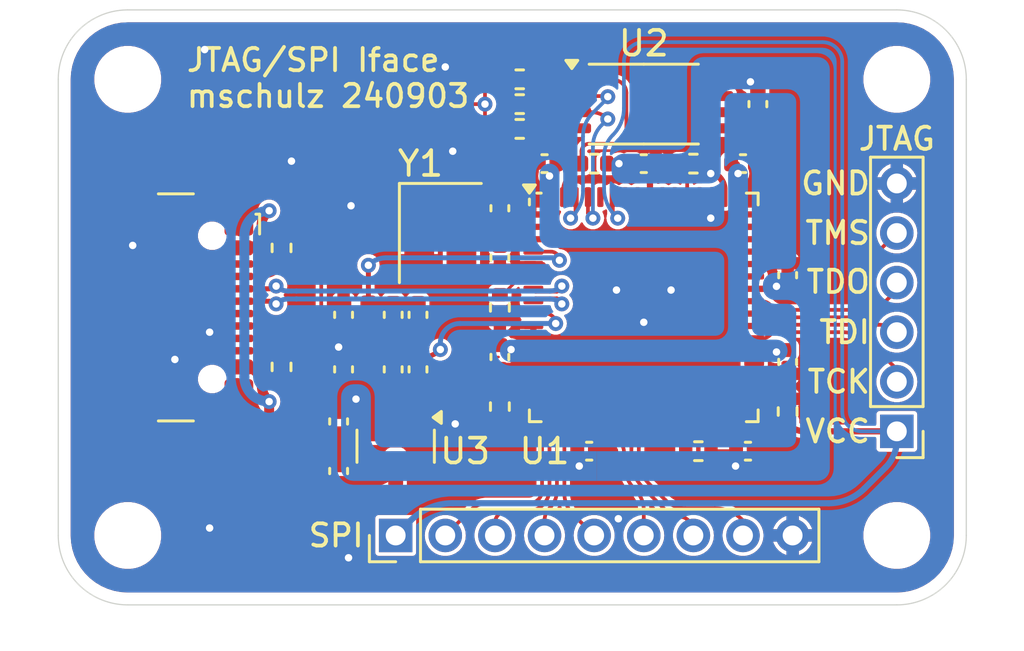
<source format=kicad_pcb>
(kicad_pcb (version 20240108) (generator "pcbnew") (generator_version "8.0")
  (layers (0 "F.Cu" signal) (31 "B.Cu" signal) (34 "B.Paste" user) (35 "F.Paste" user) (36 "B.SilkS" user "B.Silkscreen") (37 "F.SilkS" user "F.Silkscreen") (38 "B.Mask" user) (39 "F.Mask" user) (44 "Edge.Cuts" user))
  (net 0 "")
  (net 5 "Net-(U1-~{RESET})")
  (net 6 "+1V8")
  (net 21 "/MISO")
  (net 24 "VPHY")
  (net 27 "/MOSI")
  (net 28 "/D-")
  (net 29 "/D+")
  (net 32 "Net-(U2-DO)")
  (net 33 "Net-(U1-EECS)")
  (net 34 "Net-(U1-EECLK)")
  (net 35 "Net-(U1-EEDATA)")
  (net 36 "Net-(U1-OSCI)")
  (net 37 "GND")
  (net 38 "Net-(U1-OSCO)")
  (net 39 "+3.3V")
  (net 40 "Net-(U1-ACBUS2)")
  (net 41 "Net-(U1-BCBUS2)")
  (net 42 "Net-(U1-REF)")
  (net 43 "/HOLD")
  (net 44 "/TDO")
  (net 45 "/CDONE")
  (net 46 "/TCK")
  (net 47 "/CLK")
  (net 48 "/CRESET_B")
  (net 49 "/TMS")
  (net 50 "/SS")
  (net 51 "/TDI")
  (net 52 "Net-(J1-CC1)")
  (net 53 "Net-(J1-CC2)")
  (net 54 "+5V")
  (net 55 "VPLL")
  (net 56 "+3.3VP")
  (footprint "Crystal:Crystal_SMD_3225-4Pin_3.2x2.5mm" (layer "F.Cu") (at 86.8 97 -90)
    (property "Reference" "Y1")
    (property "Value" "12.000 MHz")
  )
  (footprint "Capacitor_SMD:C_0402_1005Metric" (layer "F.Cu") (at 92.8 105.8)
    (property "Reference" "C6" (hide yes))
    (property "Value" "100nF")
  )
  (footprint "Capacitor_SMD:C_0402_1005Metric" (layer "F.Cu") (at 99 94.2)
    (property "Reference" "C13" (hide yes))
    (property "Value" "3.3µF")
  )
  (footprint "Resistor_SMD:R_0402_1005Metric" (layer "F.Cu") (at 89.2 104 90)
    (property "Reference" "R8" (hide yes))
    (property "Value" "1k")
  )
  (footprint "Capacitor_SMD:C_0402_1005Metric" (layer "F.Cu") (at 95 94.2)
    (property "Reference" "C7" (hide yes))
    (property "Value" "100nF")
  )
  (footprint "Connector_PinHeader_2.00mm:PinHeader_1x06_P2.00mm_Vertical" (layer "F.Cu") (at 105.2 105 180)
    (property "Reference" "J3" (hide yes))
    (property "Value" "Conn_01x06")
  )
  (footprint "Capacitor_SMD:C_0402_1005Metric" (layer "F.Cu") (at 82.7 106.6 90)
    (property "Reference" "C11" (hide yes))
    (property "Value" "100nF")
  )
  (footprint "Capacitor_SMD:C_0402_1005Metric" (layer "F.Cu") (at 89.2 98 -90)
    (property "Reference" "C2" (hide yes))
    (property "Value" "27pF")
  )
  (footprint "Inductor_SMD:L_0402_1005Metric" (layer "F.Cu") (at 83.9 100.3 90)
    (property "Reference" "L1" (hide yes))
    (property "Value" "33 Ohm, 100MHz")
  )
  (footprint "Capacitor_SMD:C_0402_1005Metric" (layer "F.Cu") (at 89.2 96 90)
    (property "Reference" "C1" (hide yes))
    (property "Value" "27pF")
  )
  (footprint "Capacitor_SMD:C_0402_1005Metric" (layer "F.Cu") (at 100.8 102.2 -90)
    (property "Reference" "C8" (hide yes))
    (property "Value" "100nF")
  )
  (footprint "Resistor_SMD:R_0402_1005Metric" (layer "F.Cu") (at 90 91.8 180)
    (property "Reference" "R4" (hide yes))
    (property "Value" "2k")
  )
  (footprint "MountingHole:MountingHole_2.2mm_M2_ISO14580" (layer "F.Cu") (at 74.2 109.2)
    (property "Reference" "H3" (hide yes))
    (property "Value" "MountingHole")
  )
  (footprint "Capacitor_SMD:C_0402_1005Metric" (layer "F.Cu") (at 84.9 102.5 -90)
    (property "Reference" "C18" (hide yes))
    (property "Value" "100nF")
  )
  (footprint "Capacitor_SMD:C_0402_1005Metric" (layer "F.Cu") (at 85.9 100.3 -90)
    (property "Reference" "C16" (hide yes))
    (property "Value" "4.7µF")
  )
  (footprint "MountingHole:MountingHole_2.2mm_M2_ISO14580" (layer "F.Cu") (at 74.2 90.8)
    (property "Reference" "H1" (hide yes))
    (property "Value" "MountingHole")
  )
  (footprint "Connector_USB:USB_C_Receptacle_GCT_USB4110" (layer "F.Cu") (at 75 100 -90)
    (property "Reference" "J1" (hide yes))
    (property "Value" "USB_C_Receptacle_USB2.0_16P")
  )
  (footprint "Capacitor_SMD:C_0402_1005Metric" (layer "F.Cu") (at 91 94.2 180)
    (property "Reference" "C10" (hide yes))
    (property "Value" "100nF")
  )
  (footprint "Resistor_SMD:R_0402_1005Metric" (layer "F.Cu") (at 97 94.2)
    (property "Reference" "R6" (hide yes))
    (property "Value" "10k")
  )
  (footprint "MountingHole:MountingHole_2.2mm_M2_ISO14580" (layer "F.Cu") (at 105.2 109.2)
    (property "Reference" "H2" (hide yes))
    (property "Value" "MountingHole")
  )
  (footprint "Connector_PinHeader_2.00mm:PinHeader_1x09_P2.00mm_Vertical" (layer "F.Cu") (at 85 109.2 90)
    (property "Reference" "J2" (hide yes))
    (property "Value" "Conn_01x09")
  )
  (footprint "Resistor_SMD:R_0402_1005Metric" (layer "F.Cu") (at 90 90.8)
    (property "Reference" "R2" (hide yes))
    (property "Value" "10k")
  )
  (footprint "Resistor_SMD:R_0402_1005Metric" (layer "F.Cu") (at 97.2 105.8)
    (property "Reference" "R5" (hide yes))
    (property "Value" "10k")
  )
  (footprint "Capacitor_SMD:C_0402_1005Metric" (layer "F.Cu") (at 99.2 105.8)
    (property "Reference" "C5" (hide yes))
    (property "Value" "100nF")
  )
  (footprint "Package_TO_SOT_SMD:SOT-23" (layer "F.Cu") (at 85 105.6 -90)
    (property "Reference" "U3")
    (property "Value" "MCP1700x-330xxTT")
  )
  (footprint "Capacitor_SMD:C_0402_1005Metric" (layer "F.Cu") (at 85.9 102.5 -90)
    (property "Reference" "C19" (hide yes))
    (property "Value" "4.7µF")
  )
  (footprint "Resistor_SMD:R_0402_1005Metric" (layer "F.Cu") (at 100.8 104.2 -90)
    (property "Reference" "R11" (hide yes))
    (property "Value" "10k")
  )
  (footprint "Resistor_SMD:R_0402_1005Metric" (layer "F.Cu") (at 93 94.2 180)
    (property "Reference" "R3" (hide yes))
    (property "Value" "10k")
  )
  (footprint "Resistor_SMD:R_0402_1005Metric" (layer "F.Cu") (at 80.4 102.4 -90)
    (property "Reference" "R10" (hide yes))
    (property "Value" "5k1")
  )
  (footprint "Capacitor_SMD:C_0402_1005Metric" (layer "F.Cu") (at 82.7 104.6 -90)
    (property "Reference" "C12" (hide yes))
    (property "Value" "100nF")
  )
  (footprint "Package_SO:TSSOP-8_4.4x3mm_P0.65mm" (layer "F.Cu") (at 95 91.8)
    (property "Reference" "U2")
    (property "Value" "93LCxxB")
  )
  (footprint "Resistor_SMD:R_0402_1005Metric" (layer "F.Cu") (at 90 92.8)
    (property "Reference" "R1" (hide yes))
    (property "Value" "10k")
  )
  (footprint "Capacitor_SMD:C_0402_1005Metric" (layer "F.Cu") (at 84.9 100.3 -90)
    (property "Reference" "C15" (hide yes))
    (property "Value" "100nF")
  )
  (footprint "Resistor_SMD:R_0402_1005Metric" (layer "F.Cu") (at 80.4 97.6 90)
    (property "Reference" "R9" (hide yes))
    (property "Value" "5k1")
  )
  (footprint "Capacitor_SMD:C_0402_1005Metric" (layer "F.Cu") (at 89.2 102 -90)
    (property "Reference" "C9" (hide yes))
    (property "Value" "100nF")
  )
  (footprint "Capacitor_SMD:C_0402_1005Metric" (layer "F.Cu") (at 82.9 100.3 90)
    (property "Reference" "C14" (hide yes))
    (property "Value" "100nF")
  )
  (footprint "Package_DFN_QFN:QFN-64-1EP_9x9mm_P0.5mm_EP4.35x4.35mm" (layer "F.Cu") (at 95 100)
    (property "Reference" "U1")
    (property "Value" "FT2232HQ")
  )
  (footprint "MountingHole:MountingHole_2.2mm_M2_ISO14580" (layer "F.Cu") (at 105.2 90.8)
    (property "Reference" "H4" (hide yes))
    (property "Value" "MountingHole")
  )
  (footprint "Capacitor_SMD:C_0402_1005Metric" (layer "F.Cu") (at 99.6 91.8 -90)
    (property "Reference" "C3" (hide yes))
    (property "Value" "100nF")
  )
  (footprint "Resistor_SMD:R_0402_1005Metric" (layer "F.Cu") (at 89.2 100 90)
    (property "Reference" "R7" (hide yes))
    (property "Value" "12k")
  )
  (footprint "Capacitor_SMD:C_0402_1005Metric" (layer "F.Cu") (at 100.8 98.7 90)
    (property "Reference" "C4" (hide yes))
    (property "Value" "100nF")
  )
  (footprint "Inductor_SMD:L_0402_1005Metric" (layer "F.Cu") (at 83.9 102.5 90)
    (property "Reference" "L2" (hide yes))
    (property "Value" "33 Ohm, 100MHz")
  )
  (footprint "Capacitor_SMD:C_0402_1005Metric" (layer "F.Cu") (at 82.9 102.5 90)
    (property "Reference" "C17" (hide yes))
    (property "Value" "100nF")
  )
  (gr_line (start 74.2 112) (end 105.2 112) (stroke (width 0.05)) (layer "Edge.Cuts"))
  (gr_line (start 105.2 88) (end 74.2 88) (stroke (width 0.05)) (layer "Edge.Cuts"))
  (gr_line (start 108 109.2) (end 108 90.8) (stroke (width 0.05)) (layer "Edge.Cuts"))
  (gr_arc (start 74.2 112) (mid 72.220101 111.179899) (end 71.4 109.2) (stroke (width 0.05)) (layer "Edge.Cuts"))
  (gr_line (start 71.4 90.8) (end 71.4 109.2) (stroke (width 0.05)) (layer "Edge.Cuts"))
  (gr_arc (start 108 109.2) (mid 107.179899 111.179899) (end 105.2 112) (stroke (width 0.05)) (layer "Edge.Cuts"))
  (gr_arc (start 105.2 88) (mid 107.179899 88.820101) (end 108 90.8) (stroke (width 0.05)) (layer "Edge.Cuts"))
  (gr_arc (start 71.4 90.8) (mid 72.220101 88.820101) (end 74.2 88) (stroke (width 0.05)) (layer "Edge.Cuts"))
  (gr_text "SPI" (at 82.6 109.2 0) (layer "F.SilkS") (effects (font (size 0.9 0.9) (thickness 0.15) (bold yes))))
  (gr_text "TDO" (at 104.2 98.97 0) (layer "F.SilkS") (effects (font (size 0.9 0.9) (thickness 0.15) (bold yes)) (justify right)))
  (gr_text "VCC" (at 104.2 105 0) (layer "F.SilkS") (effects (font (size 0.9 0.9) (thickness 0.15) (bold yes)) (justify right)))
  (gr_text "JTAG/SPI Iface\nmschulz 240903" (at 76.5 92 0) (layer "F.SilkS") (effects (font (size 0.9 0.9) (thickness 0.15) (bold yes)) (justify left bottom)))
  (gr_text "TMS" (at 104.2 97 0) (layer "F.SilkS") (effects (font (size 0.9 0.9) (thickness 0.15) (bold yes)) (justify right)))
  (gr_text "GND" (at 104.2 95 0) (layer "F.SilkS") (effects (font (size 0.9 0.9) (thickness 0.15) (bold yes)) (justify right)))
  (gr_text "TCK" (at 104.2 103 0) (layer "F.SilkS") (effects (font (size 0.9 0.9) (thickness 0.15) (bold yes)) (justify right)))
  (gr_text "TDI" (at 104.2 101 0) (layer "F.SilkS") (effects (font (size 0.9 0.9) (thickness 0.15) (bold yes)) (justify right)))
  (gr_text "JTAG" (at 105.2 93.2 0) (layer "F.SilkS") (effects (font (size 0.9 0.9) (thickness 0.15) (bold yes))))
  (segment (start 89.387781 103.412218) (end 89.725 103.075) (width 0.12) (layer "F.Cu") (net 5))
  (segment (start 90.509619 102.75) (end 90.55 102.75) (width 0.12) (layer "F.Cu") (net 5))
  (arc (start 89.2 103.49) (mid 89.301627 103.469785) (end 89.387781 103.412218) (width 0.12) (layer "F.Cu") (net 5))
  (arc (start 89.725 103.075) (mid 90.084986 102.834465) (end 90.509619 102.75) (width 0.12) (layer "F.Cu") (net 5))
  (segment (start 98.75 94.23) (end 98.72 94.2) (width 0.25) (layer "F.Cu") (net 6))
  (segment (start 100.4 101.75) (end 100.77 101.75) (width 0.25) (layer "F.Cu") (net 6))
  (segment (start 91.25 95.55) (end 91.25 94.8) (width 0.25) (layer "F.Cu") (net 6))
  (segment (start 91.25 94.8) (end 91.3 94.75) (width 0.25) (layer "F.Cu") (net 6))
  (segment (start 100.77 101.75) (end 100.8 101.72) (width 0.25) (layer "F.Cu") (net 6))
  (segment (start 91.45 94.6) (end 91.48 94.57) (width 0.25) (layer "F.Cu") (net 6))
  (segment (start 100.3 101.75) (end 100.35 101.8) (width 0.25) (layer "F.Cu") (net 6))
  (segment (start 98.75 94.55) (end 98.75 94.23) (width 0.25) (layer "F.Cu") (net 6))
  (segment (start 100.35 101.8) (end 100.4 101.75) (width 0.25) (layer "F.Cu") (net 6))
  (segment (start 90.55 101.75) (end 89.7 101.75) (width 0.25) (layer "F.Cu") (net 6))
  (segment (start 99.45 101.75) (end 100.3 101.75) (width 0.25) (layer "F.Cu") (net 6))
  (segment (start 91.48 94.57) (end 91.48 94.2) (width 0.25) (layer "F.Cu") (net 6))
  (segment (start 98.8 94.6) (end 98.75 94.55) (width 0.25) (layer "F.Cu") (net 6))
  (segment (start 91.3 94.75) (end 91.3 94.6) (width 0.25) (layer "F.Cu") (net 6))
  (segment (start 89.7 101.75) (end 89.65 101.7) (width 0.25) (layer "F.Cu") (net 6))
  (segment (start 91.3 94.6) (end 91.45 94.6) (width 0.25) (layer "F.Cu") (net 6))
  (segment (start 98.75 95.55) (end 98.75 94.65) (width 0.25) (layer "F.Cu") (net 6))
  (segment (start 89.65 101.7) (end 89.6 101.75) (width 0.25) (layer "F.Cu") (net 6))
  (segment (start 98.75 94.65) (end 98.8 94.6) (width 0.25) (layer "F.Cu") (net 6))
  (segment (start 89.6 101.75) (end 89.43 101.75) (width 0.25) (layer "F.Cu") (net 6))
  (via (at 89.65 101.7) (size 0.6) (drill 0.3) (layers "F.Cu" "B.Cu") (net 6))
  (via (at 98.8 94.6) (size 0.6) (drill 0.3) (layers "F.Cu" "B.Cu") (net 6))
  (via (at 100.35 101.8) (size 0.6) (drill 0.3) (layers "F.Cu" "B.Cu") (net 6))
  (via (at 91.2 94.7) (size 0.6) (drill 0.3) (layers "F.Cu" "B.Cu") (net 6))
  (arc (start 89.43 101.75) (mid 89.267365 101.682635) (end 89.2 101.52) (width 0.25) (layer "F.Cu") (net 6))
  (segment (start 91.75 104.873224) (end 91.75 104.45) (width 0.15) (layer "F.Cu") (net 21))
  (segment (start 91 109.2) (end 91 108.60052) (width 0.15) (layer "F.Cu") (net 21))
  (segment (start 91.5 107.393414) (end 91.5 105.476776) (width 0.15) (layer "F.Cu") (net 21))
  (arc (start 91.2125 108.0875) (mid 91.425281 107.769051) (end 91.5 107.393414) (width 0.15) (layer "F.Cu") (net 21))
  (arc (start 91.5 105.476776) (mid 91.532486 105.313456) (end 91.625 105.175) (width 0.15) (layer "F.Cu") (net 21))
  (arc (start 91 108.60052) (mid 91.055227 108.322875) (end 91.2125 108.0875) (width 0.15) (layer "F.Cu") (net 21))
  (arc (start 91.625 105.175) (mid 91.717514 105.036544) (end 91.75 104.873224) (width 0.15) (layer "F.Cu") (net 21))
  (segment (start 84.9 99.82) (end 85.9 99.82) (width 0.2) (layer "F.Cu") (net 24))
  (segment (start 84.895 99.815) (end 84.9 99.82) (width 0.2) (layer "F.Cu") (net 24))
  (segment (start 90.55 97.75) (end 91.25 97.75) (width 0.15) (layer "F.Cu") (net 24))
  (segment (start 83.9 99.815) (end 84.895 99.815) (width 0.2) (layer "F.Cu") (net 24))
  (segment (start 83.9 99.815) (end 83.9 98.3) (width 0.2) (layer "F.Cu") (net 24))
  (via (at 91.6 98.1) (size 0.6) (drill 0.3) (layers "F.Cu" "B.Cu") (net 24))
  (via (at 83.9 98.3) (size 0.6) (drill 0.3) (layers "F.Cu" "B.Cu") (net 24))
  (arc (start 91.25 97.75) (mid 91.497487 97.852513) (end 91.6 98.1) (width 0.15) (layer "F.Cu") (net 24))
  (segment (start 91.45 98) (end 91 98) (width 0.2) (layer "B.Cu") (net 24))
  (segment (start 91 98) (end 91.358579 98) (width 0.2) (layer "B.Cu") (net 24))
  (segment (start 91 98) (end 84.624264 98) (width 0.2) (layer "B.Cu") (net 24))
  (arc (start 91.358579 98) (mid 91.489235 98.025989) (end 91.6 98.1) (width 0.2) (layer "B.Cu") (net 24))
  (arc (start 84.624264 98) (mid 84.232296 98.077967) (end 83.9 98.3) (width 0.2) (layer "B.Cu") (net 24))
  (segment (start 91.2 104.95) (end 91.2 107.328769) (width 0.15) (layer "F.Cu") (net 27))
  (segment (start 89 108.712132) (end 89 109.2) (width 0.15) (layer "F.Cu") (net 27))
  (segment (start 91.25 104.9) (end 91.2 104.95) (width 0.15) (layer "F.Cu") (net 27))
  (segment (start 91.25 104.45) (end 91.25 104.9) (width 0.15) (layer "F.Cu") (net 27))
  (segment (start 90.364125 108.2) (end 89.512132 108.2) (width 0.15) (layer "F.Cu") (net 27))
  (arc (start 89.512132 108.2) (mid 89.316148 108.238984) (end 89.15 108.35) (width 0.15) (layer "F.Cu") (net 27))
  (arc (start 90.9375 107.9625) (mid 90.674433 108.138275) (end 90.364125 108.2) (width 0.15) (layer "F.Cu") (net 27))
  (arc (start 89.15 108.35) (mid 89.038984 108.516147) (end 89 108.712132) (width 0.15) (layer "F.Cu") (net 27))
  (arc (start 91.2 107.328769) (mid 91.131779 107.671742) (end 90.9375 107.9625) (width 0.15) (layer "F.Cu") (net 27))
  (segment (start 90.639999 99.339999) (end 91.496606 99.339999) (width 0.2) (layer "F.Cu") (net 28))
  (segment (start 78.68 100.25) (end 78.075 100.25) (width 0.2) (layer "F.Cu") (net 28))
  (segment (start 90.55 99.25) (end 90.639999 99.339999) (width 0.2) (layer "F.Cu") (net 28))
  (segment (start 78.1 99.25) (end 78.68 99.25) (width 0.2) (layer "F.Cu") (net 28))
  (segment (start 78.68 99.25) (end 79.915352 99.25) (width 0.2) (layer "F.Cu") (net 28))
  (segment (start 77.7 99.875) (end 77.7 99.65) (width 0.2) (layer "F.Cu") (net 28))
  (segment (start 91.496606 99.339999) (end 91.696605 99.14) (width 0.2) (layer "F.Cu") (net 28))
  (via (at 91.696605 99.14) (size 0.6) (drill 0.3) (layers "F.Cu" "B.Cu") (net 28))
  (via (at 80.180915 99.14) (size 0.6) (drill 0.3) (layers "F.Cu" "B.Cu") (net 28))
  (arc (start 78.075 100.25) (mid 77.809835 100.140165) (end 77.7 99.875) (width 0.2) (layer "F.Cu") (net 28))
  (arc (start 77.7 99.65) (mid 77.817157 99.367157) (end 78.1 99.25) (width 0.2) (layer "F.Cu") (net 28))
  (arc (start 79.915352 99.25) (mid 80.059074 99.221412) (end 80.180915 99.14) (width 0.2) (layer "F.Cu") (net 28))
  (segment (start 80.8 99.339999) (end 80.663755 99.339999) (width 0.2) (layer "B.Cu") (net 28))
  (segment (start 80.999999 99.339999) (end 80.8 99.339999) (width 0.2) (layer "B.Cu") (net 28))
  (segment (start 91.213763 99.34) (end 81 99.34) (width 0.2) (layer "B.Cu") (net 28))
  (segment (start 81 99.34) (end 80.999999 99.339999) (width 0.2) (layer "B.Cu") (net 28))
  (arc (start 80.663755 99.339999) (mid 80.402444 99.288021) (end 80.180915 99.14) (width 0.2) (layer "B.Cu") (net 28))
  (arc (start 91.696605 99.14) (mid 91.475075 99.288021) (end 91.213763 99.34) (width 0.2) (layer "B.Cu") (net 28))
  (segment (start 78.68 99.75) (end 79.915352 99.75) (width 0.2) (layer "F.Cu") (net 29))
  (segment (start 79.35 99.75) (end 78.68 99.75) (width 0.2) (layer "F.Cu") (net 29))
  (segment (start 90.639999 99.660001) (end 91.496606 99.660001) (width 0.2) (layer "F.Cu") (net 29))
  (segment (start 80.055808 99.734893) (end 80.180915 99.86) (width 0.2) (layer "F.Cu") (net 29))
  (segment (start 79.55 100.3) (end 79.55 100.2) (width 0.2) (layer "F.Cu") (net 29))
  (segment (start 78.68 99.75) (end 79.1 99.75) (width 0.2) (layer "F.Cu") (net 29))
  (segment (start 90.55 99.75) (end 90.639999 99.660001) (width 0.2) (layer "F.Cu") (net 29))
  (segment (start 79.35 99.75) (end 79.542501 99.75) (width 0.2) (layer "F.Cu") (net 29))
  (segment (start 78.68 100.75) (end 79.1 100.75) (width 0.2) (layer "F.Cu") (net 29))
  (segment (start 91.496606 99.660001) (end 91.696605 99.86) (width 0.2) (layer "F.Cu") (net 29))
  (via (at 80.180915 99.86) (size 0.6) (drill 0.3) (layers "F.Cu" "B.Cu") (net 29))
  (via (at 91.696605 99.86) (size 0.6) (drill 0.3) (layers "F.Cu" "B.Cu") (net 29))
  (arc (start 79.915352 99.75) (mid 80.059073 99.778588) (end 80.180915 99.86) (width 0.2) (layer "F.Cu") (net 29))
  (arc (start 79.1 99.75) (mid 79.418198 99.881802) (end 79.55 100.2) (width 0.2) (layer "F.Cu") (net 29))
  (arc (start 79.1 100.75) (mid 79.418198 100.618198) (end 79.55 100.3) (width 0.2) (layer "F.Cu") (net 29))
  (segment (start 81 99.66) (end 80.999999 99.660001) (width 0.2) (layer "B.Cu") (net 29))
  (segment (start 80.999999 99.660001) (end 80.663755 99.660001) (width 0.2) (layer "B.Cu") (net 29))
  (segment (start 91.213763 99.66) (end 81 99.66) (width 0.2) (layer "B.Cu") (net 29))
  (arc (start 91.696605 99.86) (mid 91.475075 99.711979) (end 91.213763 99.66) (width 0.2) (layer "B.Cu") (net 29))
  (arc (start 80.663755 99.660001) (mid 80.402444 99.711979) (end 80.180915 99.86) (width 0.2) (layer "B.Cu") (net 29))
  (segment (start 89.51 91.8) (end 90.51 92.8) (width 0.15) (layer "F.Cu") (net 32))
  (segment (start 92.1375 92.775) (end 90.535 92.775) (width 0.15) (layer "F.Cu") (net 32))
  (segment (start 90.535 92.775) (end 90.51 92.8) (width 0.15) (layer "F.Cu") (net 32))
  (segment (start 89.49 91.8) (end 89.51 91.8) (width 0.15) (layer "F.Cu") (net 32))
  (segment (start 92.1375 90.825) (end 93.775 90.825) (width 0.15) (layer "F.Cu") (net 33))
  (segment (start 93.8 93.4) (end 92.8 93.4) (width 0.15) (layer "F.Cu") (net 33))
  (segment (start 91.75 95.268804) (end 91.75 95.55) (width 0.15) (layer "F.Cu") (net 33))
  (segment (start 92.49 93.71) (end 92.49 94.2) (width 0.15) (layer "F.Cu") (net 33))
  (segment (start 91.9825 94.7075) (end 92.49 94.2) (width 0.15) (layer "F.Cu") (net 33))
  (segment (start 94.3 91.35) (end 94.3 92.9) (width 0.15) (layer "F.Cu") (net 33))
  (arc (start 94.3 92.9) (mid 94.153553 93.253553) (end 93.8 93.4) (width 0.15) (layer "F.Cu") (net 33))
  (arc (start 93.775 90.825) (mid 94.146231 90.978769) (end 94.3 91.35) (width 0.15) (layer "F.Cu") (net 33))
  (arc (start 92.8 93.4) (mid 92.580797 93.490797) (end 92.49 93.71) (width 0.15) (layer "F.Cu") (net 33))
  (arc (start 91.9825 94.7075) (mid 91.810425 94.965028) (end 91.75 95.268804) (width 0.15) (layer "F.Cu") (net 33))
  (segment (start 91.610875 91.475) (end 92.1375 91.475) (width 0.15) (layer "F.Cu") (net 34))
  (segment (start 92.25 96.2) (end 92.05 96.4) (width 0.15) (layer "F.Cu") (net 34))
  (segment (start 92.1375 91.475) (end 93.525 91.475) (width 0.15) (layer "F.Cu") (net 34))
  (segment (start 92.25 95.55) (end 92.25 96.2) (width 0.15) (layer "F.Cu") (net 34))
  (segment (start 90.6 90.8) (end 90.51 90.8) (width 0.15) (layer "F.Cu") (net 34))
  (segment (start 91.0375 91.2375) (end 90.6 90.8) (width 0.15) (layer "F.Cu") (net 34))
  (segment (start 93.525 91.475) (end 93.55 91.5) (width 0.15) (layer "F.Cu") (net 34))
  (via (at 92.05 96.4) (size 0.6) (drill 0.3) (layers "F.Cu" "B.Cu") (net 34))
  (via (at 93.55 91.5) (size 0.6) (drill 0.3) (layers "F.Cu" "B.Cu") (net 34))
  (arc (start 91.0375 91.2375) (mid 91.300567 91.413276) (end 91.610875 91.475) (width 0.15) (layer "F.Cu") (net 34))
  (segment (start 93.55 91.55) (end 93.55 91.5) (width 0.15) (layer "B.Cu") (net 34))
  (segment (start 92.938909 92.161092) (end 93.15 91.95) (width 0.15) (layer "B.Cu") (net 34))
  (segment (start 92.125736 96.324264) (end 92.05 96.4) (width 0.15) (layer "B.Cu") (net 34))
  (segment (start 93.15 91.95) (end 93.55 91.55) (width 0.15) (layer "B.Cu") (net 34))
  (segment (start 92.55 95.3) (end 92.55 93.1) (width 0.15) (layer "B.Cu") (net 34))
  (arc (start 92.55 95.3) (mid 92.439737 95.854328) (end 92.125736 96.324264) (width 0.15) (layer "B.Cu") (net 34))
  (arc (start 92.55 93.1) (mid 92.651074 92.591866) (end 92.938909 92.161092) (width 0.15) (layer "B.Cu") (net 34))
  (segment (start 92.75 95.55) (end 92.75 96.2) (width 0.15) (layer "F.Cu") (net 35))
  (segment (start 92.1375 92.125) (end 92.886092 92.125) (width 0.15) (layer "F.Cu") (net 35))
  (segment (start 91.437132 92.125) (end 92.1375 92.125) (width 0.15) (layer "F.Cu") (net 35))
  (segment (start 92.75 96.2) (end 92.95 96.4) (width 0.15) (layer "F.Cu") (net 35))
  (segment (start 90.652513 91.8) (end 90.51 91.8) (width 0.15) (layer "F.Cu") (net 35))
  (via (at 92.95 96.4) (size 0.6) (drill 0.3) (layers "F.Cu" "B.Cu") (net 35))
  (via (at 93.55 92.4) (size 0.6) (drill 0.3) (layers "F.Cu" "B.Cu") (net 35))
  (arc (start 91.075 91.975) (mid 91.241148 92.086016) (end 91.437132 92.125) (width 0.15) (layer "F.Cu") (net 35))
  (arc (start 91.075 91.975) (mid 90.881162 91.845481) (end 90.652513 91.8) (width 0.15) (layer "F.Cu") (net 35))
  (arc (start 92.886092 92.125) (mid 93.245396 92.19647) (end 93.55 92.4) (width 0.15) (layer "F.Cu") (net 35))
  (segment (start 93.303553 92.646446) (end 93.55 92.4) (width 0.15) (layer "B.Cu") (net 35))
  (segment (start 92.95 96.4) (end 92.95 93.5) (width 0.15) (layer "B.Cu") (net 35))
  (arc (start 92.95 93.5) (mid 93.041886 93.03806) (end 93.303553 92.646446) (width 0.15) (layer "B.Cu") (net 35))
  (segment (start 89.47 96.75) (end 90.55 96.75) (width 0.12) (layer "F.Cu") (net 36))
  (segment (start 85.95 95.9) (end 85.95 96.1) (width 0.12) (layer "F.Cu") (net 36))
  (segment (start 86.65 96.8) (end 88.88 96.8) (width 0.12) (layer "F.Cu") (net 36))
  (arc (start 88.88 96.8) (mid 89.106274 96.706274) (end 89.2 96.48) (width 0.12) (layer "F.Cu") (net 36))
  (arc (start 85.95 96.1) (mid 86.155025 96.594975) (end 86.65 96.8) (width 0.12) (layer "F.Cu") (net 36))
  (arc (start 89.2 96.48) (mid 89.279081 96.670919) (end 89.47 96.75) (width 0.12) (layer "F.Cu") (net 36))
  (segment (start 90.95 98.25) (end 91.25 98.55) (width 0.15) (layer "F.Cu") (net 37))
  (segment (start 90.55 98.25) (end 90.95 98.25) (width 0.15) (layer "F.Cu") (net 37))
  (via (at 96.1 99.3) (size 0.6) (drill 0.3) (layers "F.Cu" "B.Cu") (net 37))
  (via (at 80.8 94.1) (size 0.6) (drill 0.3) (layers "F.Cu" "B.Cu") (net 37))
  (via (at 76.1 102.1) (size 0.6) (drill 0.3) (layers "F.Cu" "B.Cu") (net 37))
  (via (at 87 90.3) (size 0.6) (drill 0.3) (layers "F.Cu" "B.Cu") (net 37))
  (via (at 77.5 101) (size 0.6) (drill 0.3) (layers "F.Cu" "B.Cu") (net 37))
  (via (at 97.7 96.4) (size 0.6) (drill 0.3) (layers "F.Cu" "B.Cu") (net 37))
  (via (at 93.9 99.3) (size 0.6) (drill 0.3) (layers "F.Cu" "B.Cu") (net 37))
  (via (at 95 100.6) (size 0.6) (drill 0.3) (layers "F.Cu" "B.Cu") (net 37))
  (via (at 74.4 97.5) (size 0.6) (drill 0.3) (layers "F.Cu" "B.Cu") (net 37))
  (via (at 83.1 110.1) (size 0.6) (drill 0.3) (layers "F.Cu" "B.Cu") (net 37))
  (via (at 77.3 89.6) (size 0.6) (drill 0.3) (layers "F.Cu" "B.Cu") (net 37))
  (via (at 82.7 101.6) (size 0.6) (drill 0.3) (layers "F.Cu" "B.Cu") (net 37))
  (via (at 93.975 108.525) (size 0.6) (drill 0.3) (layers "F.Cu" "B.Cu") (net 37))
  (via (at 83.2 95.9) (size 0.6) (drill 0.3) (layers "F.Cu" "B.Cu") (net 37))
  (via (at 87.3 93.7) (size 0.6) (drill 0.3) (layers "F.Cu" "B.Cu") (net 37))
  (via (at 77.5 108.9) (size 0.6) (drill 0.3) (layers "F.Cu" "B.Cu") (net 37))
  (via (at 87.4 104.7) (size 0.6) (drill 0.3) (layers "F.Cu" "B.Cu") (net 37))
  (segment (start 87.65 98.1) (end 87.65 97.8) (width 0.12) (layer "F.Cu") (net 38))
  (segment (start 89.47 97.25) (end 90.55 97.25) (width 0.12) (layer "F.Cu") (net 38))
  (segment (start 88.2 97.25) (end 88.93 97.25) (width 0.12) (layer "F.Cu") (net 38))
  (arc (start 87.65 97.8) (mid 87.811091 97.411091) (end 88.2 97.25) (width 0.12) (layer "F.Cu") (net 38))
  (arc (start 88.93 97.25) (mid 89.120919 97.329081) (end 89.2 97.52) (width 0.12) (layer "F.Cu") (net 38))
  (arc (start 89.2 97.52) (mid 89.279081 97.329081) (end 89.47 97.25) (width 0.12) (layer "F.Cu") (net 38))
  (segment (start 97.71 94.41) (end 97.9 94.6) (width 0.15) (layer "F.Cu") (net 39))
  (segment (start 98.72 105.8) (end 98.72 106.38) (width 0.25) (layer "F.Cu") (net 39))
  (segment (start 100.35 99.15) (end 100.45 99.25) (width 0.25) (layer "F.Cu") (net 39))
  (segment (start 92.32 105.8) (end 92.32 106.32) (width 0.25) (layer "F.Cu") (net 39))
  (segment (start 99.45 99.25) (end 100.25 99.25) (width 0.25) (layer "F.Cu") (net 39))
  (segment (start 99.3 91.02) (end 99.6 91.32) (width 0.2) (layer "F.Cu") (net 39))
  (segment (start 88.6 91.8) (end 88.6 91.25) (width 0.15) (layer "F.Cu") (net 39))
  (segment (start 92.5 105.5) (end 92.32 105.68) (width 0.25) (layer "F.Cu") (net 39))
  (segment (start 100.45 99.25) (end 100.63 99.25) (width 0.25) (layer "F.Cu") (net 39))
  (segment (start 82.825 91.8) (end 88.6 91.8) (width 0.15) (layer "F.Cu") (net 39))
  (segment (start 82.9 100.78) (end 82.02 100.78) (width 0.15) (layer "F.Cu") (net 39))
  (segment (start 98.72 106.38) (end 98.7 106.4) (width 0.25) (layer "F.Cu") (net 39))
  (segment (start 89.05 90.8) (end 89.49 90.8) (width 0.15) (layer "F.Cu") (net 39))
  (segment (start 98.25 104.667158) (end 98.25 104.45) (width 0.25) (layer "F.Cu") (net 39))
  (segment (start 95.25 95.55) (end 95.25 95.041421) (width 0.25) (layer "F.Cu") (net 39))
  (segment (start 88.025 104.025) (end 88.3125 104.3125) (width 0.15) (layer "F.Cu") (net 39))
  (segment (start 92.32 105.68) (end 92.32 105.8) (width 0.25) (layer "F.Cu") (net 39))
  (segment (start 83.9 102.985) (end 83.9 103.4) (width 0.15) (layer "F.Cu") (net 39))
  (segment (start 99.18 90.9) (end 99.3 90.9) (width 0.2) (layer "F.Cu") (net 39))
  (segment (start 82 100.8) (end 82 92.625) (width 0.15) (layer "F.Cu") (net 39))
  (segment (start 100.25 99.25) (end 100.35 99.15) (width 0.25) (layer "F.Cu") (net 39))
  (segment (start 89.05 92.8) (end 89.49 92.8) (width 0.15) (layer "F.Cu") (net 39))
  (segment (start 97.8625 90.825) (end 99.105 90.825) (width 0.2) (layer "F.Cu") (net 39))
  (segment (start 94 94.2) (end 93.51 94.2) (width 0.25) (layer "F.Cu") (net 39))
  (segment (start 98.25 95.55) (end 98.25 95.232842) (width 0.25) (layer "F.Cu") (net 39))
  (segment (start 89.2 104.51) (end 88.789307 104.51) (width 0.15) (layer "F.Cu") (net 39))
  (segment (start 84.1 103.6) (end 86.99896 103.6) (width 0.15) (layer "F.Cu") (net 39))
  (segment (start 99.105 90.825) (end 99.18 90.9) (width 0.2) (layer "F.Cu") (net 39))
  (segment (start 92.75 104.45) (end 92.75 104.896447) (width 0.25) (layer "F.Cu") (net 39))
  (segment (start 94.52 94.2) (end 94 94.2) (width 0.25) (layer "F.Cu") (net 39))
  (segment (start 88.6 91.8) (end 88.6 92.35) (width 0.15) (layer "F.Cu") (net 39))
  (segment (start 98.45 105.15) (end 98.451299 105.151299) (width 0.25) (layer "F.Cu") (net 39))
  (segment (start 99.3 90.9) (end 99.3 91.02) (width 0.2) (layer "F.Cu") (net 39))
  (segment (start 97.71 94.2) (end 97.71 94.41) (width 0.15) (layer "F.Cu") (net 39))
  (segment (start 83.9 103.4) (end 84.1 103.6) (width 0.15) (layer "F.Cu") (net 39))
  (segment (start 98.05 94.75) (end 97.9 94.6) (width 0.25) (layer "F.Cu") (net 39))
  (segment (start 82.02 100.78) (end 82 100.8) (width 0.15) (layer "F.Cu") (net 39))
  (segment (start 92.32 106.32) (end 92.4 106.4) (width 0.25) (layer "F.Cu") (net 39))
  (segment (start 95.15 94.8) (end 94.571213 94.221213) (width 0.25) (layer "F.Cu") (net 39))
  (segment (start 97.71 105.8) (end 98.72 105.8) (width 0.15) (layer "F.Cu") (net 39))
  (via (at 94 94.2) (size 0.6) (drill 0.3) (layers "F.Cu" "B.Cu") (net 39))
  (via (at 83.4 103.7) (size 0.6) (drill 0.3) (layers "F.Cu" "B.Cu") (net 39))
  (via (at 98.7 106.4) (size 0.6) (drill 0.3) (layers "F.Cu" "B.Cu") (net 39))
  (via (at 99.3 90.9) (size 0.6) (drill 0.3) (layers "F.Cu" "B.Cu") (net 39))
  (via (at 92.4 106.4) (size 0.6) (drill 0.3) (layers "F.Cu" "B.Cu") (net 39))
  (via (at 88.6 91.8) (size 0.6) (drill 0.3) (layers "F.Cu" "B.Cu") (net 39))
  (via (at 97.7 94.6) (size 0.6) (drill 0.3) (layers "F.Cu" "B.Cu") (net 39))
  (via (at 100.35 99.15) (size 0.6) (drill 0.3) (layers "F.Cu" "B.Cu") (net 39))
  (arc (start 98.451299 105.151299) (mid 98.650167 105.448926) (end 98.72 105.8) (width 0.25) (layer "F.Cu") (net 39))
  (arc (start 88.789307 104.51) (mid 88.531261 104.458671) (end 88.3125 104.3125) (width 0.15) (layer "F.Cu") (net 39))
  (arc (start 92.75 104.896447) (mid 92.685027 105.223088) (end 92.5 105.5) (width 0.25) (layer "F.Cu") (net 39))
  (arc (start 88.6 91.25) (mid 88.731802 90.931802) (end 89.05 90.8) (width 0.15) (layer "F.Cu") (net 39))
  (arc (start 94.571213 94.221213) (mid 94.547716 94.205513) (end 94.52 94.2) (width 0.25) (layer "F.Cu") (net 39))
  (arc (start 82 92.625) (mid 82.241637 92.041637) (end 82.825 91.8) (width 0.15) (layer "F.Cu") (net 39))
  (arc (start 88.6 92.35) (mid 88.731802 92.668198) (end 89.05 92.8) (width 0.15) (layer "F.Cu") (net 39))
  (arc (start 86.99896 103.6) (mid 87.554249 103.710454) (end 88.025 104.025) (width 0.15) (layer "F.Cu") (net 39))
  (arc (start 98.45 105.15) (mid 98.301978 104.928471) (end 98.25 104.667158) (width 0.25) (layer "F.Cu") (net 39))
  (arc (start 98.25 95.232842) (mid 98.198022 94.97153) (end 98.05 94.75) (width 0.25) (layer "F.Cu") (net 39))
  (arc (start 95.25 95.041421) (mid 95.224011 94.910765) (end 95.15 94.8) (width 0.25) (layer "F.Cu") (net 39))
  (segment (start 96.75 104.45) (end 96.75 105.74) (width 0.15) (layer "F.Cu") (net 40))
  (segment (start 96.75 105.74) (end 96.69 105.8) (width 0.15) (layer "F.Cu") (net 40))
  (segment (start 96.544939 94.254939) (end 96.49 94.2) (width 0.15) (layer "F.Cu") (net 41))
  (segment (start 96.75 95.55) (end 96.75 94.825) (width 0.15) (layer "F.Cu") (net 41))
  (segment (start 96.75 94.825) (end 96.75 94.75) (width 0.15) (layer "F.Cu") (net 41))
  (arc (start 96.75 94.75) (mid 96.696706 94.482075) (end 96.544939 94.254939) (width 0.15) (layer "F.Cu") (net 41))
  (segment (start 90.324648 98.75) (end 90.55 98.75) (width 0.12) (layer "F.Cu") (net 42))
  (segment (start 89.8 99) (end 89.860755 98.942151) (width 0.12) (layer "F.Cu") (net 42))
  (segment (start 89.387781 99.412218) (end 89.8 99) (width 0.12) (layer "F.Cu") (net 42))
  (arc (start 89.2 99.49) (mid 89.301627 99.469785) (end 89.387781 99.412218) (width 0.12) (layer "F.Cu") (net 42))
  (arc (start 89.860755 98.942151) (mid 90.073591 98.799939) (end 90.324648 98.75) (width 0.12) (layer "F.Cu") (net 42))
  (segment (start 98.95 108.55) (end 99 108.6) (width 0.15) (layer "F.Cu") (net 43))
  (segment (start 94.25 104.75) (end 94.55 105.05) (width 0.15) (layer "F.Cu") (net 43))
  (segment (start 99 108.6) (end 99 109.2) (width 0.15) (layer "F.Cu") (net 43))
  (segment (start 95.2 107.1) (end 95.864124 107.764124) (width 0.15) (layer "F.Cu") (net 43))
  (segment (start 96.675 108.1) (end 97.863604 108.1) (width 0.15) (layer "F.Cu") (net 43))
  (segment (start 94.25 104.45) (end 94.25 104.75) (width 0.15) (layer "F.Cu") (net 43))
  (segment (start 94.8 105.653553) (end 94.8 106.134315) (width 0.15) (layer "F.Cu") (net 43))
  (arc (start 97.863604 108.1) (mid 98.451557 108.216951) (end 98.95 108.55) (width 0.15) (layer "F.Cu") (net 43))
  (arc (start 94.55 105.05) (mid 94.735027 105.326912) (end 94.8 105.653553) (width 0.15) (layer "F.Cu") (net 43))
  (arc (start 94.8 106.134315) (mid 94.903957 106.65694) (end 95.2 107.1) (width 0.15) (layer "F.Cu") (net 43))
  (arc (start 95.864124 107.764124) (mid 96.236157 108.012709) (end 96.675 108.1) (width 0.15) (layer "F.Cu") (net 43))
  (segment (start 105.2 99.3) (end 104.32981 100.17019) (width 0.15) (layer "F.Cu") (net 44))
  (segment (start 105.2 99) (end 105.2 99.3) (width 0.15) (layer "F.Cu") (net 44))
  (segment (start 103.775 100.4) (end 100.241421 100.4) (width 0.15) (layer "F.Cu") (net 44))
  (segment (start 99.87929 100.25) (end 99.45 100.25) (width 0.15) (layer "F.Cu") (net 44))
  (arc (start 104.32981 100.17019) (mid 104.075261 100.340275) (end 103.775 100.4) (width 0.15) (layer "F.Cu") (net 44))
  (arc (start 100 100.3) (mid 99.944617 100.262995) (end 99.87929 100.25) (width 0.15) (layer "F.Cu") (net 44))
  (arc (start 100.241421 100.4) (mid 100.110765 100.374011) (end 100 100.3) (width 0.15) (layer "F.Cu") (net 44))
  (segment (start 93.75 104.45) (end 93.75 104.85) (width 0.15) (layer "F.Cu") (net 45))
  (segment (start 94.959619 107.25962) (end 95.0375 107.3375) (width 0.15) (layer "F.Cu") (net 45))
  (segment (start 96.775 108.575) (end 97 108.8) (width 0.15) (layer "F.Cu") (net 45))
  (segment (start 97 108.8) (end 97 109.2) (width 0.15) (layer "F.Cu") (net 45))
  (segment (start 94.241422 105.141422) (end 94.3125 105.2125) (width 0.15) (layer "F.Cu") (net 45))
  (segment (start 95.0375 107.3375) (end 95.921446 108.221446) (width 0.15) (layer "F.Cu") (net 45))
  (segment (start 94.5 105.665165) (end 94.5 106.15) (width 0.15) (layer "F.Cu") (net 45))
  (arc (start 94.5 106.15) (mid 94.619451 106.750522) (end 94.959619 107.25962) (width 0.15) (layer "F.Cu") (net 45))
  (arc (start 95.921446 108.221446) (mid 96.174604 108.390601) (end 96.473224 108.45) (width 0.15) (layer "F.Cu") (net 45))
  (arc (start 94.3125 105.2125) (mid 94.45127 105.420184) (end 94.5 105.665165) (width 0.15) (layer "F.Cu") (net 45))
  (arc (start 93.9 105) (mid 94.084777 105.036754) (end 94.241422 105.141422) (width 0.15) (layer "F.Cu") (net 45))
  (arc (start 96.473224 108.45) (mid 96.636544 108.482487) (end 96.775 108.575) (width 0.15) (layer "F.Cu") (net 45))
  (arc (start 93.75 104.85) (mid 93.793934 104.956066) (end 93.9 105) (width 0.15) (layer "F.Cu") (net 45))
  (segment (start 100.341421 101) (end 102.992894 101) (width 0.15) (layer "F.Cu") (net 46))
  (segment (start 104.2 101.5) (end 105.2 102.5) (width 0.15) (layer "F.Cu") (net 46))
  (segment (start 99.45 101.25) (end 99.779288 101.25) (width 0.15) (layer "F.Cu") (net 46))
  (segment (start 105.2 102.5) (end 105.2 103) (width 0.15) (layer "F.Cu") (net 46))
  (segment (start 100.07071 101.129289) (end 100.1 101.1) (width 0.15) (layer "F.Cu") (net 46))
  (arc (start 100.1 101.1) (mid 100.210765 101.025989) (end 100.341421 101) (width 0.15) (layer "F.Cu") (net 46))
  (arc (start 102.992894 101) (mid 103.646175 101.129946) (end 104.2 101.5) (width 0.15) (layer "F.Cu") (net 46))
  (arc (start 99.779288 101.25) (mid 99.937004 101.218628) (end 100.07071 101.129289) (width 0.15) (layer "F.Cu") (net 46))
  (segment (start 90.564124 103.764125) (end 90.55 103.75) (width 0.15) (layer "F.Cu") (net 47))
  (segment (start 88.7 107.9) (end 90.387868 107.9) (width 0.15) (layer "F.Cu") (net 47))
  (segment (start 90.9 107.387868) (end 90.9 104.575) (width 0.15) (layer "F.Cu") (net 47))
  (segment (start 87 109.2) (end 88.017158 108.182843) (width 0.15) (layer "F.Cu") (net 47))
  (arc (start 88.017158 108.182843) (mid 88.330448 107.973508) (end 88.7 107.9) (width 0.15) (layer "F.Cu") (net 47))
  (arc (start 90.387868 107.9) (mid 90.583852 107.861017) (end 90.75 107.75) (width 0.15) (layer "F.Cu") (net 47))
  (arc (start 90.9 104.575) (mid 90.812709 104.136157) (end 90.564124 103.764125) (width 0.15) (layer "F.Cu") (net 47))
  (arc (start 90.75 107.75) (mid 90.861017 107.583852) (end 90.9 107.387868) (width 0.15) (layer "F.Cu") (net 47))
  (segment (start 93.25 104.45) (end 93.25 105.025) (width 0.15) (layer "F.Cu") (net 48))
  (segment (start 95 108.177297) (end 95 109.2) (width 0.15) (layer "F.Cu") (net 48))
  (segment (start 93.525 105.3) (end 93.675 105.3) (width 0.15) (layer "F.Cu") (net 48))
  (segment (start 94.641942 107.341941) (end 94.6625 107.3625) (width 0.15) (layer "F.Cu") (net 48))
  (segment (start 94.2 105.825) (end 94.2 106.275) (width 0.15) (layer "F.Cu") (net 48))
  (arc (start 93.25 105.025) (mid 93.330546 105.219454) (end 93.525 105.3) (width 0.15) (layer "F.Cu") (net 48))
  (arc (start 94.2 106.275) (mid 94.314857 106.852425) (end 94.641942 107.341941) (width 0.15) (layer "F.Cu") (net 48))
  (arc (start 94.6625 107.3625) (mid 94.912287 107.736332) (end 95 108.177297) (width 0.15) (layer "F.Cu") (net 48))
  (arc (start 93.675 105.3) (mid 94.046231 105.453769) (end 94.2 105.825) (width 0.15) (layer "F.Cu") (net 48))
  (segment (start 105.2 97) (end 104.60052 97.599479) (width 0.15) (layer "F.Cu") (net 49))
  (segment (start 99.737868 99.75) (end 99.45 99.75) (width 0.15) (layer "F.Cu") (net 49))
  (segment (start 104.3 98.325) (end 104.3 99.605546) (width 0.15) (layer "F.Cu") (net 49))
  (segment (start 103.770191 100.1) (end 100.582842 100.1) (width 0.15) (layer "F.Cu") (net 49))
  (arc (start 104.3 99.605546) (mid 104.264265 99.785198) (end 104.1625 99.9375) (width 0.15) (layer "F.Cu") (net 49))
  (arc (start 104.60052 97.599479) (mid 104.378103 97.932351) (end 104.3 98.325) (width 0.15) (layer "F.Cu") (net 49))
  (arc (start 104.1625 99.9375) (mid 103.982507 100.057768) (end 103.770191 100.1) (width 0.15) (layer "F.Cu") (net 49))
  (arc (start 100.1 99.9) (mid 99.933852 99.788984) (end 99.737868 99.75) (width 0.15) (layer "F.Cu") (net 49))
  (arc (start 100.582842 100.1) (mid 100.32153 100.048021) (end 100.1 99.9) (width 0.15) (layer "F.Cu") (net 49))
  (segment (start 93 109.2) (end 92.15 108.35) (width 0.15) (layer "F.Cu") (net 50))
  (segment (start 92.0375 105.1625) (end 91.941422 105.258578) (width 0.15) (layer "F.Cu") (net 50))
  (segment (start 92.25 104.64948) (end 92.25 104.45) (width 0.15) (layer "F.Cu") (net 50))
  (segment (start 91.8 107.505026) (end 91.8 105.6) (width 0.15) (layer "F.Cu") (net 50))
  (arc (start 92.0375 105.1625) (mid 92.194773 104.927124) (end 92.25 104.64948) (width 0.15) (layer "F.Cu") (net 50))
  (arc (start 92.15 108.35) (mid 91.890962 107.962322) (end 91.8 107.505026) (width 0.15) (layer "F.Cu") (net 50))
  (arc (start 91.941422 105.258578) (mid 91.836755 105.415223) (end 91.8 105.6) (width 0.15) (layer "F.Cu") (net 50))
  (segment (start 100 100.7) (end 104.475736 100.7) (width 0.15) (layer "F.Cu") (net 51))
  (segment (start 99.45 100.75) (end 99.87929 100.75) (width 0.15) (layer "F.Cu") (net 51))
  (arc (start 99.87929 100.75) (mid 99.944618 100.737005) (end 100 100.7) (width 0.15) (layer "F.Cu") (net 51))
  (arc (start 104.475736 100.7) (mid 104.867704 100.777968) (end 105.2 101) (width 0.15) (layer "F.Cu") (net 51))
  (segment (start 78.68 98.75) (end 79.76 98.75) (width 0.12) (layer "F.Cu") (net 52))
  (arc (start 79.76 98.75) (mid 80.212548 98.562548) (end 80.4 98.11) (width 0.12) (layer "F.Cu") (net 52))
  (segment (start 78.68 101.75) (end 80.062011 101.75) (width 0.12) (layer "F.Cu") (net 53))
  (arc (start 80.062011 101.75) (mid 80.244929 101.786385) (end 80.4 101.89) (width 0.12) (layer "F.Cu") (net 53))
  (segment (start 79.9 103.8) (end 79.865165 103.765165) (width 0.4) (layer "F.Cu") (net 54))
  (segment (start 78.68 102.4) (end 78.875 102.4) (width 0.4) (layer "F.Cu") (net 54))
  (segment (start 79.776777 96.223224) (end 79.9 96.1) (width 0.4) (layer "F.Cu") (net 54))
  (segment (start 79.6 97.025) (end 79.6 96.65) (width 0.4) (layer "F.Cu") (net 54))
  (segment (start 79.9 103.8) (end 79.9 105.98) (width 0.4) (layer "F.Cu") (net 54))
  (segment (start 81 107.08) (end 82.7 107.08) (width 0.4) (layer "F.Cu") (net 54))
  (segment (start 84.922422 106.615077) (end 85 106.5375) (width 0.4) (layer "F.Cu") (net 54))
  (segment (start 78.68 97.6) (end 79.025 97.6) (width 0.4) (layer "F.Cu") (net 54))
  (segment (start 82.7 107.08) (end 83.8 107.08) (width 0.4) (layer "F.Cu") (net 54))
  (via (at 79.9 96.1) (size 0.6) (drill 0.3) (layers "F.Cu" "B.Cu") (net 54))
  (via (at 79.9 103.8) (size 0.6) (drill 0.3) (layers "F.Cu" "B.Cu") (net 54))
  (arc (start 79.865165 103.765165) (mid 79.668914 103.471455) (end 79.6 103.125) (width 0.4) (layer "F.Cu") (net 54))
  (arc (start 79.9 105.98) (mid 80.222183 106.757817) (end 81 107.08) (width 0.4) (layer "F.Cu") (net 54))
  (arc (start 79.025 97.6) (mid 79.431586 97.431586) (end 79.6 97.025) (width 0.4) (layer "F.Cu") (net 54))
  (arc (start 79.6 96.65) (mid 79.645943 96.41903) (end 79.776777 96.223224) (width 0.4) (layer "F.Cu") (net 54))
  (arc (start 83.8 107.08) (mid 84.407451 106.959171) (end 84.922422 106.615077) (width 0.4) (layer "F.Cu") (net 54))
  (arc (start 78.875 102.4) (mid 79.387652 102.612348) (end 79.6 103.125) (width 0.4) (layer "F.Cu") (net 54))
  (segment (start 78.9 102.8) (end 78.9 97.1) (width 0.4) (layer "B.Cu") (net 54))
  (arc (start 78.9 97.1) (mid 79.192893 96.392893) (end 79.9 96.1) (width 0.4) (layer "B.Cu") (net 54))
  (arc (start 79.9 103.8) (mid 79.192893 103.507107) (end 78.9 102.8) (width 0.4) (layer "B.Cu") (net 54))
  (segment (start 85.9 102.02) (end 84.9 102.02) (width 0.2) (layer "F.Cu") (net 55))
  (segment (start 90.55 100.25) (end 91.05 100.25) (width 0.15) (layer "F.Cu") (net 55))
  (segment (start 85.9 102.02) (end 86.027452 102.02) (width 0.2) (layer "F.Cu") (net 55))
  (segment (start 83.9 102.015) (end 84.895 102.015) (width 0.2) (layer "F.Cu") (net 55))
  (segment (start 84.895 102.015) (end 84.9 102.02) (width 0.2) (layer "F.Cu") (net 55))
  (via (at 91.45 100.65) (size 0.6) (drill 0.3) (layers "F.Cu" "B.Cu") (net 55))
  (via (at 86.8 101.7) (size 0.6) (drill 0.3) (layers "F.Cu" "B.Cu") (net 55))
  (arc (start 86.027452 102.02) (mid 86.445552 101.936834) (end 86.8 101.7) (width 0.2) (layer "F.Cu") (net 55))
  (arc (start 91.05 100.25) (mid 91.332843 100.367157) (end 91.45 100.65) (width 0.15) (layer "F.Cu") (net 55))
  (segment (start 87.6 100.65) (end 91.45 100.65) (width 0.2) (layer "B.Cu") (net 55))
  (segment (start 86.8 101.45) (end 86.8 101.7) (width 0.2) (layer "B.Cu") (net 55))
  (arc (start 87.6 100.65) (mid 87.034315 100.884315) (end 86.8 101.45) (width 0.2) (layer "B.Cu") (net 55))
  (segment (start 93.75 95.55) (end 93.75 96.2) (width 0.15) (layer "F.Cu") (net 56))
  (segment (start 93.75 96.2) (end 93.95 96.4) (width 0.15) (layer "F.Cu") (net 56))
  (segment (start 105.2 105) (end 101.500121 105) (width 0.25) (layer "F.Cu") (net 56))
  (via (at 93.95 96.4) (size 0.6) (drill 0.3) (layers "F.Cu" "B.Cu") (net 56))
  (arc (start 101.500121 105) (mid 101.121218 104.924632) (end 100.8 104.71) (width 0.25) (layer "F.Cu") (net 56))
  (segment (start 94.2 90.1) (end 94.2 91.963604) (width 0.15) (layer "B.Cu") (net 56))
  (segment (start 85 109.2) (end 85.592893 108.607107) (width 0.25) (layer "B.Cu") (net 56))
  (segment (start 87.3 107.9) (end 102.451472 107.9) (width 0.25) (layer "B.Cu") (net 56))
  (segment (start 102.2 89.3) (end 95 89.3) (width 0.15) (layer "B.Cu") (net 56))
  (segment (start 103.9 107.3) (end 104.75 106.45) (width 0.25) (layer "B.Cu") (net 56))
  (segment (start 93.859619 96.30962) (end 93.95 96.4) (width 0.15) (layer "B.Cu") (net 56))
  (segment (start 105.2 105) (end 103.8 105) (width 0.15) (layer "B.Cu") (net 56))
  (segment (start 93.4 93.894974) (end 93.4 95.2) (width 0.15) (layer "B.Cu") (net 56))
  (segment (start 103 104.2) (end 103 90.1) (width 0.15) (layer "B.Cu") (net 56))
  (segment (start 105.2 105.363604) (end 105.2 105) (width 0.25) (layer "B.Cu") (net 56))
  (arc (start 102.451472 107.9) (mid 103.23541 107.744065) (end 103.9 107.3) (width 0.25) (layer "B.Cu") (net 56))
  (arc (start 104.75 106.45) (mid 105.083049 105.951557) (end 105.2 105.363604) (width 0.25) (layer "B.Cu") (net 56))
  (arc (start 93.75 93.05) (mid 93.490962 93.437678) (end 93.4 93.894974) (width 0.15) (layer "B.Cu") (net 56))
  (arc (start 95 89.3) (mid 94.434315 89.534315) (end 94.2 90.1) (width 0.15) (layer "B.Cu") (net 56))
  (arc (start 103 90.1) (mid 102.765685 89.534315) (end 102.2 89.3) (width 0.15) (layer "B.Cu") (net 56))
  (arc (start 93.4 95.2) (mid 93.519451 95.800522) (end 93.859619 96.30962) (width 0.15) (layer "B.Cu") (net 56))
  (arc (start 103.8 105) (mid 103.234315 104.765685) (end 103 104.2) (width 0.15) (layer "B.Cu") (net 56))
  (arc (start 85.592893 108.607107) (mid 86.37612 108.083771) (end 87.3 107.9) (width 0.25) (layer "B.Cu") (net 56))
  (arc (start 94.2 91.963604) (mid 94.083048 92.551557) (end 93.75 93.05) (width 0.15) (layer "B.Cu") (net 56))
  (zone (net 39) (net_name "+3.3V") (layer "F.Cu") (priority 3) (connect_pads yes (clearance 0.15)) (min_thickness 0.25) (fill yes (thermal_gap 0.5) (thermal_bridge_width 0.5) (smoothing fillet) (radius 0.5))
    (polygon (pts (xy 84.2 100.5) (xy 84.2 101.1) (xy 82.1 101.1) (xy 82.1 102.7) (xy 84.3 102.7) (xy 84.3 104.5) (xy 81.4 104.5) (xy 81.4 100.5)))
  )
  (zone (net 37) (net_name "GND") (layers "F&B.Cu") (name "GND") (connect_pads (clearance 0.15)) (min_thickness 0.1) (fill yes (thermal_gap 0.15) (thermal_bridge_width 0.5) (smoothing fillet) (radius 0.5))
    (polygon (pts (xy 71 87.6) (xy 108.4 87.6) (xy 108.4 112.6) (xy 71 112.6)))
  )
  (zone (net 6) (net_name "+1V8") (layer "B.Cu") (priority 1) (connect_pads yes (clearance 0.15)) (min_thickness 0.25) (fill yes (thermal_gap 0.5) (thermal_bridge_width 0.5) (smoothing fillet) (radius 0.5))
    (polygon (pts (xy 98.4 94.2) (xy 98.4 96.9) (xy 91.6 96.9) (xy 91.6 94.2) (xy 90.8 94.2) (xy 90.8 97.6) (xy 98.4 97.6) (xy 98.4 101.3) (xy 89.2 101.3) (xy 89.2 102.2) (xy 100.8 102.2) (xy 100.8 101.3) (xy 99.2 101.3) (xy 99.2 94.2)))
  )
  (zone (net 39) (net_name "+3.3V") (layer "B.Cu") (priority 4) (connect_pads yes (clearance 0.15)) (min_thickness 0.25) (fill yes (thermal_gap 0.5) (thermal_bridge_width 0.5) (smoothing fillet) (radius 0.5))
    (polygon (pts (xy 93.1 105.8) (xy 84 105.8) (xy 84 103.1) (xy 82.8 103.1) (xy 82.8 107) (xy 93.1 107)))
  )
  (zone (net 39) (net_name "+3.3V") (layer "B.Cu") (priority 2) (connect_pads yes (clearance 0.15)) (min_thickness 0.25) (fill yes (thermal_gap 0.5) (thermal_bridge_width 0.5) (smoothing fillet) (radius 0.5))
    (polygon (pts (xy 91.9 105.8) (xy 91.9 107) (xy 102.5 107) (xy 102.5 89.9) (xy 96.9 89.9) (xy 96.9 93.8) (xy 93.7 93.8) (xy 93.7 95) (xy 97.2 95) (xy 98.1 95) (xy 98.1 91.2) (xy 101.3 91.2) (xy 101.3 98.6) (xy 99.8 98.6) (xy 99.8 99.7) (xy 101.3 99.7) (xy 101.3 105.8)))
  )
)
</source>
